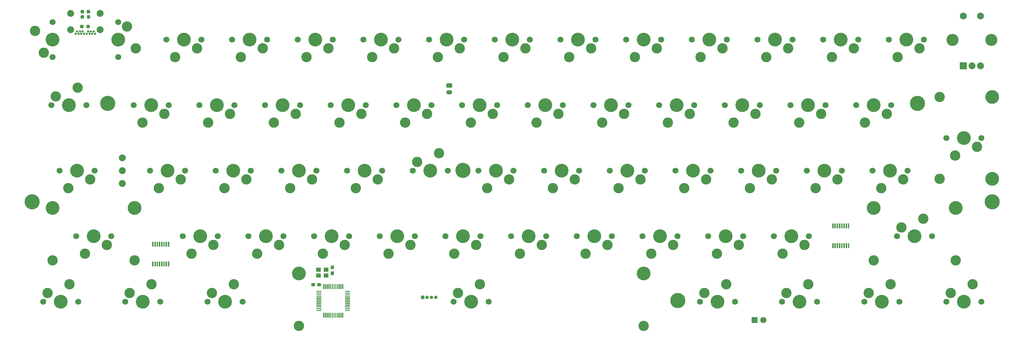
<source format=gbr>
%TF.GenerationSoftware,KiCad,Pcbnew,5.1.10*%
%TF.CreationDate,2021-07-28T13:13:53+02:00*%
%TF.ProjectId,msp430_Keyboard,6d737034-3330-45f4-9b65-79626f617264,rev?*%
%TF.SameCoordinates,Original*%
%TF.FileFunction,Soldermask,Top*%
%TF.FilePolarity,Negative*%
%FSLAX46Y46*%
G04 Gerber Fmt 4.6, Leading zero omitted, Abs format (unit mm)*
G04 Created by KiCad (PCBNEW 5.1.10) date 2021-07-28 13:13:53*
%MOMM*%
%LPD*%
G01*
G04 APERTURE LIST*
%ADD10C,2.000000*%
%ADD11C,1.800000*%
%ADD12R,1.800000X1.800000*%
%ADD13C,0.650000*%
%ADD14C,2.012000*%
%ADD15O,1.750000X1.200000*%
%ADD16R,1.400000X1.200000*%
%ADD17R,2.000000X2.000000*%
%ADD18C,3.500000*%
%ADD19O,1.000000X1.000000*%
%ADD20R,1.000000X1.000000*%
%ADD21C,1.750000*%
%ADD22C,4.000000*%
%ADD23C,3.000000*%
%ADD24C,4.400000*%
%ADD25C,2.600000*%
G04 APERTURE END LIST*
%TO.C,R7*%
G36*
G01*
X8973000Y4047500D02*
X8973000Y3572500D01*
G75*
G02*
X8735500Y3335000I-237500J0D01*
G01*
X8235500Y3335000D01*
G75*
G02*
X7998000Y3572500I0J237500D01*
G01*
X7998000Y4047500D01*
G75*
G02*
X8235500Y4285000I237500J0D01*
G01*
X8735500Y4285000D01*
G75*
G02*
X8973000Y4047500I0J-237500D01*
G01*
G37*
G36*
G01*
X10798000Y4047500D02*
X10798000Y3572500D01*
G75*
G02*
X10560500Y3335000I-237500J0D01*
G01*
X10060500Y3335000D01*
G75*
G02*
X9823000Y3572500I0J237500D01*
G01*
X9823000Y4047500D01*
G75*
G02*
X10060500Y4285000I237500J0D01*
G01*
X10560500Y4285000D01*
G75*
G02*
X10798000Y4047500I0J-237500D01*
G01*
G37*
%TD*%
%TO.C,C4*%
G36*
G01*
X76129000Y-71009500D02*
X76129000Y-71484500D01*
G75*
G02*
X75891500Y-71722000I-237500J0D01*
G01*
X75291500Y-71722000D01*
G75*
G02*
X75054000Y-71484500I0J237500D01*
G01*
X75054000Y-71009500D01*
G75*
G02*
X75291500Y-70772000I237500J0D01*
G01*
X75891500Y-70772000D01*
G75*
G02*
X76129000Y-71009500I0J-237500D01*
G01*
G37*
G36*
G01*
X77854000Y-71009500D02*
X77854000Y-71484500D01*
G75*
G02*
X77616500Y-71722000I-237500J0D01*
G01*
X77016500Y-71722000D01*
G75*
G02*
X76779000Y-71484500I0J237500D01*
G01*
X76779000Y-71009500D01*
G75*
G02*
X77016500Y-70772000I237500J0D01*
G01*
X77616500Y-70772000D01*
G75*
G02*
X77854000Y-71009500I0J-237500D01*
G01*
G37*
%TD*%
%TO.C,C3*%
G36*
G01*
X81390500Y-66731000D02*
X80915500Y-66731000D01*
G75*
G02*
X80678000Y-66493500I0J237500D01*
G01*
X80678000Y-65893500D01*
G75*
G02*
X80915500Y-65656000I237500J0D01*
G01*
X81390500Y-65656000D01*
G75*
G02*
X81628000Y-65893500I0J-237500D01*
G01*
X81628000Y-66493500D01*
G75*
G02*
X81390500Y-66731000I-237500J0D01*
G01*
G37*
G36*
G01*
X81390500Y-68456000D02*
X80915500Y-68456000D01*
G75*
G02*
X80678000Y-68218500I0J237500D01*
G01*
X80678000Y-67618500D01*
G75*
G02*
X80915500Y-67381000I237500J0D01*
G01*
X81390500Y-67381000D01*
G75*
G02*
X81628000Y-67618500I0J-237500D01*
G01*
X81628000Y-68218500D01*
G75*
G02*
X81390500Y-68456000I-237500J0D01*
G01*
G37*
%TD*%
D10*
%TO.C,SW65*%
X20193000Y-41800000D03*
X20193000Y-38100000D03*
X20193000Y-34400000D03*
%TD*%
D11*
%TO.C,D55*%
X206121000Y-81534000D03*
D12*
X203581000Y-81534000D03*
%TD*%
D13*
%TO.C,J2*%
X6725000Y1705000D03*
X7125000Y2405000D03*
X7925000Y2405000D03*
X8325000Y1705000D03*
X8725000Y2405000D03*
X9125000Y1705000D03*
X9925000Y1705000D03*
X10325000Y2405000D03*
X10725000Y1705000D03*
X11125000Y2405000D03*
X11925000Y2405000D03*
X12325000Y1705000D03*
D14*
X5255000Y7585000D03*
X13795000Y7585000D03*
X5255000Y2855000D03*
X13795000Y2855000D03*
D13*
X7525000Y1705000D03*
X11525000Y1705000D03*
%TD*%
%TO.C,R10*%
G36*
G01*
X9100000Y6841500D02*
X9100000Y6366500D01*
G75*
G02*
X8862500Y6129000I-237500J0D01*
G01*
X8362500Y6129000D01*
G75*
G02*
X8125000Y6366500I0J237500D01*
G01*
X8125000Y6841500D01*
G75*
G02*
X8362500Y7079000I237500J0D01*
G01*
X8862500Y7079000D01*
G75*
G02*
X9100000Y6841500I0J-237500D01*
G01*
G37*
G36*
G01*
X10925000Y6841500D02*
X10925000Y6366500D01*
G75*
G02*
X10687500Y6129000I-237500J0D01*
G01*
X10187500Y6129000D01*
G75*
G02*
X9950000Y6366500I0J237500D01*
G01*
X9950000Y6841500D01*
G75*
G02*
X10187500Y7079000I237500J0D01*
G01*
X10687500Y7079000D01*
G75*
G02*
X10925000Y6841500I0J-237500D01*
G01*
G37*
%TD*%
D15*
%TO.C,J3*%
X115062000Y-15335000D03*
G36*
G01*
X114436999Y-12735000D02*
X115687001Y-12735000D01*
G75*
G02*
X115937000Y-12984999I0J-249999D01*
G01*
X115937000Y-13685001D01*
G75*
G02*
X115687001Y-13935000I-249999J0D01*
G01*
X114436999Y-13935000D01*
G75*
G02*
X114187000Y-13685001I0J249999D01*
G01*
X114187000Y-12984999D01*
G75*
G02*
X114436999Y-12735000I249999J0D01*
G01*
G37*
%TD*%
%TO.C,D54*%
G36*
G01*
X9875000Y7890500D02*
X9875000Y8365500D01*
G75*
G02*
X10112500Y8603000I237500J0D01*
G01*
X10687500Y8603000D01*
G75*
G02*
X10925000Y8365500I0J-237500D01*
G01*
X10925000Y7890500D01*
G75*
G02*
X10687500Y7653000I-237500J0D01*
G01*
X10112500Y7653000D01*
G75*
G02*
X9875000Y7890500I0J237500D01*
G01*
G37*
G36*
G01*
X8125000Y7890500D02*
X8125000Y8365500D01*
G75*
G02*
X8362500Y8603000I237500J0D01*
G01*
X8937500Y8603000D01*
G75*
G02*
X9175000Y8365500I0J-237500D01*
G01*
X9175000Y7890500D01*
G75*
G02*
X8937500Y7653000I-237500J0D01*
G01*
X8362500Y7653000D01*
G75*
G02*
X8125000Y7890500I0J237500D01*
G01*
G37*
%TD*%
D16*
%TO.C,Y1*%
X79332000Y-68541000D03*
X77132000Y-68541000D03*
X77132000Y-66841000D03*
X79332000Y-66841000D03*
%TD*%
D17*
%TO.C,SW64*%
X264160000Y-7620000D03*
D10*
X266660000Y-7620000D03*
X269160000Y-7620000D03*
D18*
X261060000Y-120000D03*
X272260000Y-120000D03*
D10*
X264160000Y6880000D03*
X269160000Y6880000D03*
%TD*%
D19*
%TO.C,J1*%
X111125000Y-74930000D03*
X109855000Y-74930000D03*
X108585000Y-74930000D03*
D20*
X107315000Y-74930000D03*
%TD*%
%TO.C,U3*%
G36*
G01*
X226425000Y-54898000D02*
X226225000Y-54898000D01*
G75*
G02*
X226125000Y-54798000I0J100000D01*
G01*
X226125000Y-53523000D01*
G75*
G02*
X226225000Y-53423000I100000J0D01*
G01*
X226425000Y-53423000D01*
G75*
G02*
X226525000Y-53523000I0J-100000D01*
G01*
X226525000Y-54798000D01*
G75*
G02*
X226425000Y-54898000I-100000J0D01*
G01*
G37*
G36*
G01*
X227075000Y-54898000D02*
X226875000Y-54898000D01*
G75*
G02*
X226775000Y-54798000I0J100000D01*
G01*
X226775000Y-53523000D01*
G75*
G02*
X226875000Y-53423000I100000J0D01*
G01*
X227075000Y-53423000D01*
G75*
G02*
X227175000Y-53523000I0J-100000D01*
G01*
X227175000Y-54798000D01*
G75*
G02*
X227075000Y-54898000I-100000J0D01*
G01*
G37*
G36*
G01*
X227725000Y-54898000D02*
X227525000Y-54898000D01*
G75*
G02*
X227425000Y-54798000I0J100000D01*
G01*
X227425000Y-53523000D01*
G75*
G02*
X227525000Y-53423000I100000J0D01*
G01*
X227725000Y-53423000D01*
G75*
G02*
X227825000Y-53523000I0J-100000D01*
G01*
X227825000Y-54798000D01*
G75*
G02*
X227725000Y-54898000I-100000J0D01*
G01*
G37*
G36*
G01*
X228375000Y-54898000D02*
X228175000Y-54898000D01*
G75*
G02*
X228075000Y-54798000I0J100000D01*
G01*
X228075000Y-53523000D01*
G75*
G02*
X228175000Y-53423000I100000J0D01*
G01*
X228375000Y-53423000D01*
G75*
G02*
X228475000Y-53523000I0J-100000D01*
G01*
X228475000Y-54798000D01*
G75*
G02*
X228375000Y-54898000I-100000J0D01*
G01*
G37*
G36*
G01*
X229025000Y-54898000D02*
X228825000Y-54898000D01*
G75*
G02*
X228725000Y-54798000I0J100000D01*
G01*
X228725000Y-53523000D01*
G75*
G02*
X228825000Y-53423000I100000J0D01*
G01*
X229025000Y-53423000D01*
G75*
G02*
X229125000Y-53523000I0J-100000D01*
G01*
X229125000Y-54798000D01*
G75*
G02*
X229025000Y-54898000I-100000J0D01*
G01*
G37*
G36*
G01*
X229675000Y-54898000D02*
X229475000Y-54898000D01*
G75*
G02*
X229375000Y-54798000I0J100000D01*
G01*
X229375000Y-53523000D01*
G75*
G02*
X229475000Y-53423000I100000J0D01*
G01*
X229675000Y-53423000D01*
G75*
G02*
X229775000Y-53523000I0J-100000D01*
G01*
X229775000Y-54798000D01*
G75*
G02*
X229675000Y-54898000I-100000J0D01*
G01*
G37*
G36*
G01*
X230325000Y-54898000D02*
X230125000Y-54898000D01*
G75*
G02*
X230025000Y-54798000I0J100000D01*
G01*
X230025000Y-53523000D01*
G75*
G02*
X230125000Y-53423000I100000J0D01*
G01*
X230325000Y-53423000D01*
G75*
G02*
X230425000Y-53523000I0J-100000D01*
G01*
X230425000Y-54798000D01*
G75*
G02*
X230325000Y-54898000I-100000J0D01*
G01*
G37*
G36*
G01*
X230975000Y-54898000D02*
X230775000Y-54898000D01*
G75*
G02*
X230675000Y-54798000I0J100000D01*
G01*
X230675000Y-53523000D01*
G75*
G02*
X230775000Y-53423000I100000J0D01*
G01*
X230975000Y-53423000D01*
G75*
G02*
X231075000Y-53523000I0J-100000D01*
G01*
X231075000Y-54798000D01*
G75*
G02*
X230975000Y-54898000I-100000J0D01*
G01*
G37*
G36*
G01*
X230975000Y-60623000D02*
X230775000Y-60623000D01*
G75*
G02*
X230675000Y-60523000I0J100000D01*
G01*
X230675000Y-59248000D01*
G75*
G02*
X230775000Y-59148000I100000J0D01*
G01*
X230975000Y-59148000D01*
G75*
G02*
X231075000Y-59248000I0J-100000D01*
G01*
X231075000Y-60523000D01*
G75*
G02*
X230975000Y-60623000I-100000J0D01*
G01*
G37*
G36*
G01*
X230325000Y-60623000D02*
X230125000Y-60623000D01*
G75*
G02*
X230025000Y-60523000I0J100000D01*
G01*
X230025000Y-59248000D01*
G75*
G02*
X230125000Y-59148000I100000J0D01*
G01*
X230325000Y-59148000D01*
G75*
G02*
X230425000Y-59248000I0J-100000D01*
G01*
X230425000Y-60523000D01*
G75*
G02*
X230325000Y-60623000I-100000J0D01*
G01*
G37*
G36*
G01*
X229675000Y-60623000D02*
X229475000Y-60623000D01*
G75*
G02*
X229375000Y-60523000I0J100000D01*
G01*
X229375000Y-59248000D01*
G75*
G02*
X229475000Y-59148000I100000J0D01*
G01*
X229675000Y-59148000D01*
G75*
G02*
X229775000Y-59248000I0J-100000D01*
G01*
X229775000Y-60523000D01*
G75*
G02*
X229675000Y-60623000I-100000J0D01*
G01*
G37*
G36*
G01*
X229025000Y-60623000D02*
X228825000Y-60623000D01*
G75*
G02*
X228725000Y-60523000I0J100000D01*
G01*
X228725000Y-59248000D01*
G75*
G02*
X228825000Y-59148000I100000J0D01*
G01*
X229025000Y-59148000D01*
G75*
G02*
X229125000Y-59248000I0J-100000D01*
G01*
X229125000Y-60523000D01*
G75*
G02*
X229025000Y-60623000I-100000J0D01*
G01*
G37*
G36*
G01*
X228375000Y-60623000D02*
X228175000Y-60623000D01*
G75*
G02*
X228075000Y-60523000I0J100000D01*
G01*
X228075000Y-59248000D01*
G75*
G02*
X228175000Y-59148000I100000J0D01*
G01*
X228375000Y-59148000D01*
G75*
G02*
X228475000Y-59248000I0J-100000D01*
G01*
X228475000Y-60523000D01*
G75*
G02*
X228375000Y-60623000I-100000J0D01*
G01*
G37*
G36*
G01*
X227725000Y-60623000D02*
X227525000Y-60623000D01*
G75*
G02*
X227425000Y-60523000I0J100000D01*
G01*
X227425000Y-59248000D01*
G75*
G02*
X227525000Y-59148000I100000J0D01*
G01*
X227725000Y-59148000D01*
G75*
G02*
X227825000Y-59248000I0J-100000D01*
G01*
X227825000Y-60523000D01*
G75*
G02*
X227725000Y-60623000I-100000J0D01*
G01*
G37*
G36*
G01*
X227075000Y-60623000D02*
X226875000Y-60623000D01*
G75*
G02*
X226775000Y-60523000I0J100000D01*
G01*
X226775000Y-59248000D01*
G75*
G02*
X226875000Y-59148000I100000J0D01*
G01*
X227075000Y-59148000D01*
G75*
G02*
X227175000Y-59248000I0J-100000D01*
G01*
X227175000Y-60523000D01*
G75*
G02*
X227075000Y-60623000I-100000J0D01*
G01*
G37*
G36*
G01*
X226425000Y-60623000D02*
X226225000Y-60623000D01*
G75*
G02*
X226125000Y-60523000I0J100000D01*
G01*
X226125000Y-59248000D01*
G75*
G02*
X226225000Y-59148000I100000J0D01*
G01*
X226425000Y-59148000D01*
G75*
G02*
X226525000Y-59248000I0J-100000D01*
G01*
X226525000Y-60523000D01*
G75*
G02*
X226425000Y-60623000I-100000J0D01*
G01*
G37*
%TD*%
%TO.C,U2*%
G36*
G01*
X29194000Y-60232000D02*
X28994000Y-60232000D01*
G75*
G02*
X28894000Y-60132000I0J100000D01*
G01*
X28894000Y-58857000D01*
G75*
G02*
X28994000Y-58757000I100000J0D01*
G01*
X29194000Y-58757000D01*
G75*
G02*
X29294000Y-58857000I0J-100000D01*
G01*
X29294000Y-60132000D01*
G75*
G02*
X29194000Y-60232000I-100000J0D01*
G01*
G37*
G36*
G01*
X29844000Y-60232000D02*
X29644000Y-60232000D01*
G75*
G02*
X29544000Y-60132000I0J100000D01*
G01*
X29544000Y-58857000D01*
G75*
G02*
X29644000Y-58757000I100000J0D01*
G01*
X29844000Y-58757000D01*
G75*
G02*
X29944000Y-58857000I0J-100000D01*
G01*
X29944000Y-60132000D01*
G75*
G02*
X29844000Y-60232000I-100000J0D01*
G01*
G37*
G36*
G01*
X30494000Y-60232000D02*
X30294000Y-60232000D01*
G75*
G02*
X30194000Y-60132000I0J100000D01*
G01*
X30194000Y-58857000D01*
G75*
G02*
X30294000Y-58757000I100000J0D01*
G01*
X30494000Y-58757000D01*
G75*
G02*
X30594000Y-58857000I0J-100000D01*
G01*
X30594000Y-60132000D01*
G75*
G02*
X30494000Y-60232000I-100000J0D01*
G01*
G37*
G36*
G01*
X31144000Y-60232000D02*
X30944000Y-60232000D01*
G75*
G02*
X30844000Y-60132000I0J100000D01*
G01*
X30844000Y-58857000D01*
G75*
G02*
X30944000Y-58757000I100000J0D01*
G01*
X31144000Y-58757000D01*
G75*
G02*
X31244000Y-58857000I0J-100000D01*
G01*
X31244000Y-60132000D01*
G75*
G02*
X31144000Y-60232000I-100000J0D01*
G01*
G37*
G36*
G01*
X31794000Y-60232000D02*
X31594000Y-60232000D01*
G75*
G02*
X31494000Y-60132000I0J100000D01*
G01*
X31494000Y-58857000D01*
G75*
G02*
X31594000Y-58757000I100000J0D01*
G01*
X31794000Y-58757000D01*
G75*
G02*
X31894000Y-58857000I0J-100000D01*
G01*
X31894000Y-60132000D01*
G75*
G02*
X31794000Y-60232000I-100000J0D01*
G01*
G37*
G36*
G01*
X32444000Y-60232000D02*
X32244000Y-60232000D01*
G75*
G02*
X32144000Y-60132000I0J100000D01*
G01*
X32144000Y-58857000D01*
G75*
G02*
X32244000Y-58757000I100000J0D01*
G01*
X32444000Y-58757000D01*
G75*
G02*
X32544000Y-58857000I0J-100000D01*
G01*
X32544000Y-60132000D01*
G75*
G02*
X32444000Y-60232000I-100000J0D01*
G01*
G37*
G36*
G01*
X33094000Y-60232000D02*
X32894000Y-60232000D01*
G75*
G02*
X32794000Y-60132000I0J100000D01*
G01*
X32794000Y-58857000D01*
G75*
G02*
X32894000Y-58757000I100000J0D01*
G01*
X33094000Y-58757000D01*
G75*
G02*
X33194000Y-58857000I0J-100000D01*
G01*
X33194000Y-60132000D01*
G75*
G02*
X33094000Y-60232000I-100000J0D01*
G01*
G37*
G36*
G01*
X33744000Y-60232000D02*
X33544000Y-60232000D01*
G75*
G02*
X33444000Y-60132000I0J100000D01*
G01*
X33444000Y-58857000D01*
G75*
G02*
X33544000Y-58757000I100000J0D01*
G01*
X33744000Y-58757000D01*
G75*
G02*
X33844000Y-58857000I0J-100000D01*
G01*
X33844000Y-60132000D01*
G75*
G02*
X33744000Y-60232000I-100000J0D01*
G01*
G37*
G36*
G01*
X33744000Y-65957000D02*
X33544000Y-65957000D01*
G75*
G02*
X33444000Y-65857000I0J100000D01*
G01*
X33444000Y-64582000D01*
G75*
G02*
X33544000Y-64482000I100000J0D01*
G01*
X33744000Y-64482000D01*
G75*
G02*
X33844000Y-64582000I0J-100000D01*
G01*
X33844000Y-65857000D01*
G75*
G02*
X33744000Y-65957000I-100000J0D01*
G01*
G37*
G36*
G01*
X33094000Y-65957000D02*
X32894000Y-65957000D01*
G75*
G02*
X32794000Y-65857000I0J100000D01*
G01*
X32794000Y-64582000D01*
G75*
G02*
X32894000Y-64482000I100000J0D01*
G01*
X33094000Y-64482000D01*
G75*
G02*
X33194000Y-64582000I0J-100000D01*
G01*
X33194000Y-65857000D01*
G75*
G02*
X33094000Y-65957000I-100000J0D01*
G01*
G37*
G36*
G01*
X32444000Y-65957000D02*
X32244000Y-65957000D01*
G75*
G02*
X32144000Y-65857000I0J100000D01*
G01*
X32144000Y-64582000D01*
G75*
G02*
X32244000Y-64482000I100000J0D01*
G01*
X32444000Y-64482000D01*
G75*
G02*
X32544000Y-64582000I0J-100000D01*
G01*
X32544000Y-65857000D01*
G75*
G02*
X32444000Y-65957000I-100000J0D01*
G01*
G37*
G36*
G01*
X31794000Y-65957000D02*
X31594000Y-65957000D01*
G75*
G02*
X31494000Y-65857000I0J100000D01*
G01*
X31494000Y-64582000D01*
G75*
G02*
X31594000Y-64482000I100000J0D01*
G01*
X31794000Y-64482000D01*
G75*
G02*
X31894000Y-64582000I0J-100000D01*
G01*
X31894000Y-65857000D01*
G75*
G02*
X31794000Y-65957000I-100000J0D01*
G01*
G37*
G36*
G01*
X31144000Y-65957000D02*
X30944000Y-65957000D01*
G75*
G02*
X30844000Y-65857000I0J100000D01*
G01*
X30844000Y-64582000D01*
G75*
G02*
X30944000Y-64482000I100000J0D01*
G01*
X31144000Y-64482000D01*
G75*
G02*
X31244000Y-64582000I0J-100000D01*
G01*
X31244000Y-65857000D01*
G75*
G02*
X31144000Y-65957000I-100000J0D01*
G01*
G37*
G36*
G01*
X30494000Y-65957000D02*
X30294000Y-65957000D01*
G75*
G02*
X30194000Y-65857000I0J100000D01*
G01*
X30194000Y-64582000D01*
G75*
G02*
X30294000Y-64482000I100000J0D01*
G01*
X30494000Y-64482000D01*
G75*
G02*
X30594000Y-64582000I0J-100000D01*
G01*
X30594000Y-65857000D01*
G75*
G02*
X30494000Y-65957000I-100000J0D01*
G01*
G37*
G36*
G01*
X29844000Y-65957000D02*
X29644000Y-65957000D01*
G75*
G02*
X29544000Y-65857000I0J100000D01*
G01*
X29544000Y-64582000D01*
G75*
G02*
X29644000Y-64482000I100000J0D01*
G01*
X29844000Y-64482000D01*
G75*
G02*
X29944000Y-64582000I0J-100000D01*
G01*
X29944000Y-65857000D01*
G75*
G02*
X29844000Y-65957000I-100000J0D01*
G01*
G37*
G36*
G01*
X29194000Y-65957000D02*
X28994000Y-65957000D01*
G75*
G02*
X28894000Y-65857000I0J100000D01*
G01*
X28894000Y-64582000D01*
G75*
G02*
X28994000Y-64482000I100000J0D01*
G01*
X29194000Y-64482000D01*
G75*
G02*
X29294000Y-64582000I0J-100000D01*
G01*
X29294000Y-65857000D01*
G75*
G02*
X29194000Y-65957000I-100000J0D01*
G01*
G37*
%TD*%
D21*
%TO.C,SW61*%
X269398750Y-76200000D03*
X259238750Y-76200000D03*
D22*
X264318750Y-76200000D03*
D23*
X266858750Y-71120000D03*
X260508750Y-73660000D03*
%TD*%
D21*
%TO.C,SW60*%
X221773750Y-76200000D03*
X211613750Y-76200000D03*
D22*
X216693750Y-76200000D03*
D23*
X219233750Y-71120000D03*
X212883750Y-73660000D03*
%TD*%
D21*
%TO.C,SW57*%
X197961250Y-76200000D03*
X187801250Y-76200000D03*
D22*
X192881250Y-76200000D03*
D23*
X195421250Y-71120000D03*
X189071250Y-73660000D03*
%TD*%
D21*
%TO.C,SW53*%
X255111250Y-57150000D03*
X244951250Y-57150000D03*
D22*
X250031250Y-57150000D03*
D23*
X252571250Y-52070000D03*
X246221250Y-54610000D03*
%TD*%
D21*
%TO.C,SW48*%
X245586250Y-76200000D03*
X235426250Y-76200000D03*
D22*
X240506250Y-76200000D03*
D23*
X243046250Y-71120000D03*
X236696250Y-73660000D03*
%TD*%
D21*
%TO.C,SW14*%
X31273750Y-76200000D03*
X21113750Y-76200000D03*
D22*
X26193750Y-76200000D03*
D23*
X28733750Y-71120000D03*
X22383750Y-73660000D03*
%TD*%
D21*
%TO.C,SW9*%
X55086250Y-76200000D03*
X44926250Y-76200000D03*
D22*
X50006250Y-76200000D03*
D23*
X52546250Y-71120000D03*
X46196250Y-73660000D03*
%TD*%
D21*
%TO.C,SW5*%
X6826250Y-57150000D03*
X16986250Y-57150000D03*
D22*
X11906250Y-57150000D03*
D23*
X9366250Y-62230000D03*
X15716250Y-59690000D03*
%TD*%
D21*
%TO.C,SW4*%
X7461250Y-76200000D03*
X-2698750Y-76200000D03*
D22*
X2381250Y-76200000D03*
D23*
X4921250Y-71120000D03*
X-1428750Y-73660000D03*
%TD*%
D22*
%TO.C,REF\u002A\u002A*%
X272567400Y-40487600D03*
%TD*%
%TO.C,REF\u002A\u002A*%
X272567400Y-16662400D03*
%TD*%
%TO.C,REF\u002A\u002A*%
X261950200Y-48920400D03*
%TD*%
%TO.C,REF\u002A\u002A*%
X238150400Y-48920400D03*
%TD*%
%TO.C,REF\u002A\u002A*%
X171450000Y-67970400D03*
%TD*%
%TO.C,REF\u002A\u002A*%
X71450200Y-67970400D03*
%TD*%
%TO.C,REF\u002A\u002A*%
X23799800Y-48920400D03*
%TD*%
%TO.C,REF\u002A\u002A*%
X25400Y-48920400D03*
%TD*%
D23*
%TO.C,REF\u002A\u002A*%
X257327400Y-16687800D03*
%TD*%
%TO.C,REF\u002A\u002A*%
X257327400Y-40462200D03*
%TD*%
%TO.C,REF\u002A\u002A*%
X261924800Y-64135000D03*
%TD*%
%TO.C,REF\u002A\u002A*%
X238125000Y-64135000D03*
%TD*%
%TO.C,REF\u002A\u002A*%
X171450000Y-83185000D03*
%TD*%
%TO.C,REF\u002A\u002A*%
X71450200Y-83185000D03*
%TD*%
%TO.C,REF\u002A\u002A*%
X23749000Y-64135000D03*
%TD*%
%TO.C,REF\u002A\u002A*%
X0Y-64135000D03*
%TD*%
D24*
%TO.C,REF\u002A\u002A*%
X181356000Y-75819000D03*
D25*
X181356000Y-75819000D03*
%TD*%
D24*
%TO.C,REF\u002A\u002A*%
X272542000Y-47117000D03*
D25*
X272542000Y-47117000D03*
%TD*%
D24*
%TO.C,REF\u002A\u002A*%
X-5969000Y-47117000D03*
D25*
X-5969000Y-47117000D03*
%TD*%
D24*
%TO.C,REF\u002A\u002A*%
X118999000Y-37973000D03*
D25*
X118999000Y-37973000D03*
%TD*%
D24*
%TO.C,REF\u002A\u002A*%
X250825000Y-18542000D03*
D25*
X250825000Y-18542000D03*
%TD*%
D24*
%TO.C,REF\u002A\u002A*%
X16002000Y-18542000D03*
D25*
X16002000Y-18542000D03*
%TD*%
%TO.C,U1*%
G36*
G01*
X78507000Y-72446000D02*
X78507000Y-71121000D01*
G75*
G02*
X78582000Y-71046000I75000J0D01*
G01*
X78732000Y-71046000D01*
G75*
G02*
X78807000Y-71121000I0J-75000D01*
G01*
X78807000Y-72446000D01*
G75*
G02*
X78732000Y-72521000I-75000J0D01*
G01*
X78582000Y-72521000D01*
G75*
G02*
X78507000Y-72446000I0J75000D01*
G01*
G37*
G36*
G01*
X79007000Y-72446000D02*
X79007000Y-71121000D01*
G75*
G02*
X79082000Y-71046000I75000J0D01*
G01*
X79232000Y-71046000D01*
G75*
G02*
X79307000Y-71121000I0J-75000D01*
G01*
X79307000Y-72446000D01*
G75*
G02*
X79232000Y-72521000I-75000J0D01*
G01*
X79082000Y-72521000D01*
G75*
G02*
X79007000Y-72446000I0J75000D01*
G01*
G37*
G36*
G01*
X79507000Y-72446000D02*
X79507000Y-71121000D01*
G75*
G02*
X79582000Y-71046000I75000J0D01*
G01*
X79732000Y-71046000D01*
G75*
G02*
X79807000Y-71121000I0J-75000D01*
G01*
X79807000Y-72446000D01*
G75*
G02*
X79732000Y-72521000I-75000J0D01*
G01*
X79582000Y-72521000D01*
G75*
G02*
X79507000Y-72446000I0J75000D01*
G01*
G37*
G36*
G01*
X80007000Y-72446000D02*
X80007000Y-71121000D01*
G75*
G02*
X80082000Y-71046000I75000J0D01*
G01*
X80232000Y-71046000D01*
G75*
G02*
X80307000Y-71121000I0J-75000D01*
G01*
X80307000Y-72446000D01*
G75*
G02*
X80232000Y-72521000I-75000J0D01*
G01*
X80082000Y-72521000D01*
G75*
G02*
X80007000Y-72446000I0J75000D01*
G01*
G37*
G36*
G01*
X80507000Y-72446000D02*
X80507000Y-71121000D01*
G75*
G02*
X80582000Y-71046000I75000J0D01*
G01*
X80732000Y-71046000D01*
G75*
G02*
X80807000Y-71121000I0J-75000D01*
G01*
X80807000Y-72446000D01*
G75*
G02*
X80732000Y-72521000I-75000J0D01*
G01*
X80582000Y-72521000D01*
G75*
G02*
X80507000Y-72446000I0J75000D01*
G01*
G37*
G36*
G01*
X81007000Y-72446000D02*
X81007000Y-71121000D01*
G75*
G02*
X81082000Y-71046000I75000J0D01*
G01*
X81232000Y-71046000D01*
G75*
G02*
X81307000Y-71121000I0J-75000D01*
G01*
X81307000Y-72446000D01*
G75*
G02*
X81232000Y-72521000I-75000J0D01*
G01*
X81082000Y-72521000D01*
G75*
G02*
X81007000Y-72446000I0J75000D01*
G01*
G37*
G36*
G01*
X81507000Y-72446000D02*
X81507000Y-71121000D01*
G75*
G02*
X81582000Y-71046000I75000J0D01*
G01*
X81732000Y-71046000D01*
G75*
G02*
X81807000Y-71121000I0J-75000D01*
G01*
X81807000Y-72446000D01*
G75*
G02*
X81732000Y-72521000I-75000J0D01*
G01*
X81582000Y-72521000D01*
G75*
G02*
X81507000Y-72446000I0J75000D01*
G01*
G37*
G36*
G01*
X82007000Y-72446000D02*
X82007000Y-71121000D01*
G75*
G02*
X82082000Y-71046000I75000J0D01*
G01*
X82232000Y-71046000D01*
G75*
G02*
X82307000Y-71121000I0J-75000D01*
G01*
X82307000Y-72446000D01*
G75*
G02*
X82232000Y-72521000I-75000J0D01*
G01*
X82082000Y-72521000D01*
G75*
G02*
X82007000Y-72446000I0J75000D01*
G01*
G37*
G36*
G01*
X82507000Y-72446000D02*
X82507000Y-71121000D01*
G75*
G02*
X82582000Y-71046000I75000J0D01*
G01*
X82732000Y-71046000D01*
G75*
G02*
X82807000Y-71121000I0J-75000D01*
G01*
X82807000Y-72446000D01*
G75*
G02*
X82732000Y-72521000I-75000J0D01*
G01*
X82582000Y-72521000D01*
G75*
G02*
X82507000Y-72446000I0J75000D01*
G01*
G37*
G36*
G01*
X83007000Y-72446000D02*
X83007000Y-71121000D01*
G75*
G02*
X83082000Y-71046000I75000J0D01*
G01*
X83232000Y-71046000D01*
G75*
G02*
X83307000Y-71121000I0J-75000D01*
G01*
X83307000Y-72446000D01*
G75*
G02*
X83232000Y-72521000I-75000J0D01*
G01*
X83082000Y-72521000D01*
G75*
G02*
X83007000Y-72446000I0J75000D01*
G01*
G37*
G36*
G01*
X83507000Y-72446000D02*
X83507000Y-71121000D01*
G75*
G02*
X83582000Y-71046000I75000J0D01*
G01*
X83732000Y-71046000D01*
G75*
G02*
X83807000Y-71121000I0J-75000D01*
G01*
X83807000Y-72446000D01*
G75*
G02*
X83732000Y-72521000I-75000J0D01*
G01*
X83582000Y-72521000D01*
G75*
G02*
X83507000Y-72446000I0J75000D01*
G01*
G37*
G36*
G01*
X84007000Y-72446000D02*
X84007000Y-71121000D01*
G75*
G02*
X84082000Y-71046000I75000J0D01*
G01*
X84232000Y-71046000D01*
G75*
G02*
X84307000Y-71121000I0J-75000D01*
G01*
X84307000Y-72446000D01*
G75*
G02*
X84232000Y-72521000I-75000J0D01*
G01*
X84082000Y-72521000D01*
G75*
G02*
X84007000Y-72446000I0J75000D01*
G01*
G37*
G36*
G01*
X84832000Y-73271000D02*
X84832000Y-73121000D01*
G75*
G02*
X84907000Y-73046000I75000J0D01*
G01*
X86232000Y-73046000D01*
G75*
G02*
X86307000Y-73121000I0J-75000D01*
G01*
X86307000Y-73271000D01*
G75*
G02*
X86232000Y-73346000I-75000J0D01*
G01*
X84907000Y-73346000D01*
G75*
G02*
X84832000Y-73271000I0J75000D01*
G01*
G37*
G36*
G01*
X84832000Y-73771000D02*
X84832000Y-73621000D01*
G75*
G02*
X84907000Y-73546000I75000J0D01*
G01*
X86232000Y-73546000D01*
G75*
G02*
X86307000Y-73621000I0J-75000D01*
G01*
X86307000Y-73771000D01*
G75*
G02*
X86232000Y-73846000I-75000J0D01*
G01*
X84907000Y-73846000D01*
G75*
G02*
X84832000Y-73771000I0J75000D01*
G01*
G37*
G36*
G01*
X84832000Y-74271000D02*
X84832000Y-74121000D01*
G75*
G02*
X84907000Y-74046000I75000J0D01*
G01*
X86232000Y-74046000D01*
G75*
G02*
X86307000Y-74121000I0J-75000D01*
G01*
X86307000Y-74271000D01*
G75*
G02*
X86232000Y-74346000I-75000J0D01*
G01*
X84907000Y-74346000D01*
G75*
G02*
X84832000Y-74271000I0J75000D01*
G01*
G37*
G36*
G01*
X84832000Y-74771000D02*
X84832000Y-74621000D01*
G75*
G02*
X84907000Y-74546000I75000J0D01*
G01*
X86232000Y-74546000D01*
G75*
G02*
X86307000Y-74621000I0J-75000D01*
G01*
X86307000Y-74771000D01*
G75*
G02*
X86232000Y-74846000I-75000J0D01*
G01*
X84907000Y-74846000D01*
G75*
G02*
X84832000Y-74771000I0J75000D01*
G01*
G37*
G36*
G01*
X84832000Y-75271000D02*
X84832000Y-75121000D01*
G75*
G02*
X84907000Y-75046000I75000J0D01*
G01*
X86232000Y-75046000D01*
G75*
G02*
X86307000Y-75121000I0J-75000D01*
G01*
X86307000Y-75271000D01*
G75*
G02*
X86232000Y-75346000I-75000J0D01*
G01*
X84907000Y-75346000D01*
G75*
G02*
X84832000Y-75271000I0J75000D01*
G01*
G37*
G36*
G01*
X84832000Y-75771000D02*
X84832000Y-75621000D01*
G75*
G02*
X84907000Y-75546000I75000J0D01*
G01*
X86232000Y-75546000D01*
G75*
G02*
X86307000Y-75621000I0J-75000D01*
G01*
X86307000Y-75771000D01*
G75*
G02*
X86232000Y-75846000I-75000J0D01*
G01*
X84907000Y-75846000D01*
G75*
G02*
X84832000Y-75771000I0J75000D01*
G01*
G37*
G36*
G01*
X84832000Y-76271000D02*
X84832000Y-76121000D01*
G75*
G02*
X84907000Y-76046000I75000J0D01*
G01*
X86232000Y-76046000D01*
G75*
G02*
X86307000Y-76121000I0J-75000D01*
G01*
X86307000Y-76271000D01*
G75*
G02*
X86232000Y-76346000I-75000J0D01*
G01*
X84907000Y-76346000D01*
G75*
G02*
X84832000Y-76271000I0J75000D01*
G01*
G37*
G36*
G01*
X84832000Y-76771000D02*
X84832000Y-76621000D01*
G75*
G02*
X84907000Y-76546000I75000J0D01*
G01*
X86232000Y-76546000D01*
G75*
G02*
X86307000Y-76621000I0J-75000D01*
G01*
X86307000Y-76771000D01*
G75*
G02*
X86232000Y-76846000I-75000J0D01*
G01*
X84907000Y-76846000D01*
G75*
G02*
X84832000Y-76771000I0J75000D01*
G01*
G37*
G36*
G01*
X84832000Y-77271000D02*
X84832000Y-77121000D01*
G75*
G02*
X84907000Y-77046000I75000J0D01*
G01*
X86232000Y-77046000D01*
G75*
G02*
X86307000Y-77121000I0J-75000D01*
G01*
X86307000Y-77271000D01*
G75*
G02*
X86232000Y-77346000I-75000J0D01*
G01*
X84907000Y-77346000D01*
G75*
G02*
X84832000Y-77271000I0J75000D01*
G01*
G37*
G36*
G01*
X84832000Y-77771000D02*
X84832000Y-77621000D01*
G75*
G02*
X84907000Y-77546000I75000J0D01*
G01*
X86232000Y-77546000D01*
G75*
G02*
X86307000Y-77621000I0J-75000D01*
G01*
X86307000Y-77771000D01*
G75*
G02*
X86232000Y-77846000I-75000J0D01*
G01*
X84907000Y-77846000D01*
G75*
G02*
X84832000Y-77771000I0J75000D01*
G01*
G37*
G36*
G01*
X84832000Y-78271000D02*
X84832000Y-78121000D01*
G75*
G02*
X84907000Y-78046000I75000J0D01*
G01*
X86232000Y-78046000D01*
G75*
G02*
X86307000Y-78121000I0J-75000D01*
G01*
X86307000Y-78271000D01*
G75*
G02*
X86232000Y-78346000I-75000J0D01*
G01*
X84907000Y-78346000D01*
G75*
G02*
X84832000Y-78271000I0J75000D01*
G01*
G37*
G36*
G01*
X84832000Y-78771000D02*
X84832000Y-78621000D01*
G75*
G02*
X84907000Y-78546000I75000J0D01*
G01*
X86232000Y-78546000D01*
G75*
G02*
X86307000Y-78621000I0J-75000D01*
G01*
X86307000Y-78771000D01*
G75*
G02*
X86232000Y-78846000I-75000J0D01*
G01*
X84907000Y-78846000D01*
G75*
G02*
X84832000Y-78771000I0J75000D01*
G01*
G37*
G36*
G01*
X84007000Y-80771000D02*
X84007000Y-79446000D01*
G75*
G02*
X84082000Y-79371000I75000J0D01*
G01*
X84232000Y-79371000D01*
G75*
G02*
X84307000Y-79446000I0J-75000D01*
G01*
X84307000Y-80771000D01*
G75*
G02*
X84232000Y-80846000I-75000J0D01*
G01*
X84082000Y-80846000D01*
G75*
G02*
X84007000Y-80771000I0J75000D01*
G01*
G37*
G36*
G01*
X83507000Y-80771000D02*
X83507000Y-79446000D01*
G75*
G02*
X83582000Y-79371000I75000J0D01*
G01*
X83732000Y-79371000D01*
G75*
G02*
X83807000Y-79446000I0J-75000D01*
G01*
X83807000Y-80771000D01*
G75*
G02*
X83732000Y-80846000I-75000J0D01*
G01*
X83582000Y-80846000D01*
G75*
G02*
X83507000Y-80771000I0J75000D01*
G01*
G37*
G36*
G01*
X83007000Y-80771000D02*
X83007000Y-79446000D01*
G75*
G02*
X83082000Y-79371000I75000J0D01*
G01*
X83232000Y-79371000D01*
G75*
G02*
X83307000Y-79446000I0J-75000D01*
G01*
X83307000Y-80771000D01*
G75*
G02*
X83232000Y-80846000I-75000J0D01*
G01*
X83082000Y-80846000D01*
G75*
G02*
X83007000Y-80771000I0J75000D01*
G01*
G37*
G36*
G01*
X82507000Y-80771000D02*
X82507000Y-79446000D01*
G75*
G02*
X82582000Y-79371000I75000J0D01*
G01*
X82732000Y-79371000D01*
G75*
G02*
X82807000Y-79446000I0J-75000D01*
G01*
X82807000Y-80771000D01*
G75*
G02*
X82732000Y-80846000I-75000J0D01*
G01*
X82582000Y-80846000D01*
G75*
G02*
X82507000Y-80771000I0J75000D01*
G01*
G37*
G36*
G01*
X82007000Y-80771000D02*
X82007000Y-79446000D01*
G75*
G02*
X82082000Y-79371000I75000J0D01*
G01*
X82232000Y-79371000D01*
G75*
G02*
X82307000Y-79446000I0J-75000D01*
G01*
X82307000Y-80771000D01*
G75*
G02*
X82232000Y-80846000I-75000J0D01*
G01*
X82082000Y-80846000D01*
G75*
G02*
X82007000Y-80771000I0J75000D01*
G01*
G37*
G36*
G01*
X81507000Y-80771000D02*
X81507000Y-79446000D01*
G75*
G02*
X81582000Y-79371000I75000J0D01*
G01*
X81732000Y-79371000D01*
G75*
G02*
X81807000Y-79446000I0J-75000D01*
G01*
X81807000Y-80771000D01*
G75*
G02*
X81732000Y-80846000I-75000J0D01*
G01*
X81582000Y-80846000D01*
G75*
G02*
X81507000Y-80771000I0J75000D01*
G01*
G37*
G36*
G01*
X81007000Y-80771000D02*
X81007000Y-79446000D01*
G75*
G02*
X81082000Y-79371000I75000J0D01*
G01*
X81232000Y-79371000D01*
G75*
G02*
X81307000Y-79446000I0J-75000D01*
G01*
X81307000Y-80771000D01*
G75*
G02*
X81232000Y-80846000I-75000J0D01*
G01*
X81082000Y-80846000D01*
G75*
G02*
X81007000Y-80771000I0J75000D01*
G01*
G37*
G36*
G01*
X80507000Y-80771000D02*
X80507000Y-79446000D01*
G75*
G02*
X80582000Y-79371000I75000J0D01*
G01*
X80732000Y-79371000D01*
G75*
G02*
X80807000Y-79446000I0J-75000D01*
G01*
X80807000Y-80771000D01*
G75*
G02*
X80732000Y-80846000I-75000J0D01*
G01*
X80582000Y-80846000D01*
G75*
G02*
X80507000Y-80771000I0J75000D01*
G01*
G37*
G36*
G01*
X80007000Y-80771000D02*
X80007000Y-79446000D01*
G75*
G02*
X80082000Y-79371000I75000J0D01*
G01*
X80232000Y-79371000D01*
G75*
G02*
X80307000Y-79446000I0J-75000D01*
G01*
X80307000Y-80771000D01*
G75*
G02*
X80232000Y-80846000I-75000J0D01*
G01*
X80082000Y-80846000D01*
G75*
G02*
X80007000Y-80771000I0J75000D01*
G01*
G37*
G36*
G01*
X79507000Y-80771000D02*
X79507000Y-79446000D01*
G75*
G02*
X79582000Y-79371000I75000J0D01*
G01*
X79732000Y-79371000D01*
G75*
G02*
X79807000Y-79446000I0J-75000D01*
G01*
X79807000Y-80771000D01*
G75*
G02*
X79732000Y-80846000I-75000J0D01*
G01*
X79582000Y-80846000D01*
G75*
G02*
X79507000Y-80771000I0J75000D01*
G01*
G37*
G36*
G01*
X79007000Y-80771000D02*
X79007000Y-79446000D01*
G75*
G02*
X79082000Y-79371000I75000J0D01*
G01*
X79232000Y-79371000D01*
G75*
G02*
X79307000Y-79446000I0J-75000D01*
G01*
X79307000Y-80771000D01*
G75*
G02*
X79232000Y-80846000I-75000J0D01*
G01*
X79082000Y-80846000D01*
G75*
G02*
X79007000Y-80771000I0J75000D01*
G01*
G37*
G36*
G01*
X78507000Y-80771000D02*
X78507000Y-79446000D01*
G75*
G02*
X78582000Y-79371000I75000J0D01*
G01*
X78732000Y-79371000D01*
G75*
G02*
X78807000Y-79446000I0J-75000D01*
G01*
X78807000Y-80771000D01*
G75*
G02*
X78732000Y-80846000I-75000J0D01*
G01*
X78582000Y-80846000D01*
G75*
G02*
X78507000Y-80771000I0J75000D01*
G01*
G37*
G36*
G01*
X76507000Y-78771000D02*
X76507000Y-78621000D01*
G75*
G02*
X76582000Y-78546000I75000J0D01*
G01*
X77907000Y-78546000D01*
G75*
G02*
X77982000Y-78621000I0J-75000D01*
G01*
X77982000Y-78771000D01*
G75*
G02*
X77907000Y-78846000I-75000J0D01*
G01*
X76582000Y-78846000D01*
G75*
G02*
X76507000Y-78771000I0J75000D01*
G01*
G37*
G36*
G01*
X76507000Y-78271000D02*
X76507000Y-78121000D01*
G75*
G02*
X76582000Y-78046000I75000J0D01*
G01*
X77907000Y-78046000D01*
G75*
G02*
X77982000Y-78121000I0J-75000D01*
G01*
X77982000Y-78271000D01*
G75*
G02*
X77907000Y-78346000I-75000J0D01*
G01*
X76582000Y-78346000D01*
G75*
G02*
X76507000Y-78271000I0J75000D01*
G01*
G37*
G36*
G01*
X76507000Y-77771000D02*
X76507000Y-77621000D01*
G75*
G02*
X76582000Y-77546000I75000J0D01*
G01*
X77907000Y-77546000D01*
G75*
G02*
X77982000Y-77621000I0J-75000D01*
G01*
X77982000Y-77771000D01*
G75*
G02*
X77907000Y-77846000I-75000J0D01*
G01*
X76582000Y-77846000D01*
G75*
G02*
X76507000Y-77771000I0J75000D01*
G01*
G37*
G36*
G01*
X76507000Y-77271000D02*
X76507000Y-77121000D01*
G75*
G02*
X76582000Y-77046000I75000J0D01*
G01*
X77907000Y-77046000D01*
G75*
G02*
X77982000Y-77121000I0J-75000D01*
G01*
X77982000Y-77271000D01*
G75*
G02*
X77907000Y-77346000I-75000J0D01*
G01*
X76582000Y-77346000D01*
G75*
G02*
X76507000Y-77271000I0J75000D01*
G01*
G37*
G36*
G01*
X76507000Y-76771000D02*
X76507000Y-76621000D01*
G75*
G02*
X76582000Y-76546000I75000J0D01*
G01*
X77907000Y-76546000D01*
G75*
G02*
X77982000Y-76621000I0J-75000D01*
G01*
X77982000Y-76771000D01*
G75*
G02*
X77907000Y-76846000I-75000J0D01*
G01*
X76582000Y-76846000D01*
G75*
G02*
X76507000Y-76771000I0J75000D01*
G01*
G37*
G36*
G01*
X76507000Y-76271000D02*
X76507000Y-76121000D01*
G75*
G02*
X76582000Y-76046000I75000J0D01*
G01*
X77907000Y-76046000D01*
G75*
G02*
X77982000Y-76121000I0J-75000D01*
G01*
X77982000Y-76271000D01*
G75*
G02*
X77907000Y-76346000I-75000J0D01*
G01*
X76582000Y-76346000D01*
G75*
G02*
X76507000Y-76271000I0J75000D01*
G01*
G37*
G36*
G01*
X76507000Y-75771000D02*
X76507000Y-75621000D01*
G75*
G02*
X76582000Y-75546000I75000J0D01*
G01*
X77907000Y-75546000D01*
G75*
G02*
X77982000Y-75621000I0J-75000D01*
G01*
X77982000Y-75771000D01*
G75*
G02*
X77907000Y-75846000I-75000J0D01*
G01*
X76582000Y-75846000D01*
G75*
G02*
X76507000Y-75771000I0J75000D01*
G01*
G37*
G36*
G01*
X76507000Y-75271000D02*
X76507000Y-75121000D01*
G75*
G02*
X76582000Y-75046000I75000J0D01*
G01*
X77907000Y-75046000D01*
G75*
G02*
X77982000Y-75121000I0J-75000D01*
G01*
X77982000Y-75271000D01*
G75*
G02*
X77907000Y-75346000I-75000J0D01*
G01*
X76582000Y-75346000D01*
G75*
G02*
X76507000Y-75271000I0J75000D01*
G01*
G37*
G36*
G01*
X76507000Y-74771000D02*
X76507000Y-74621000D01*
G75*
G02*
X76582000Y-74546000I75000J0D01*
G01*
X77907000Y-74546000D01*
G75*
G02*
X77982000Y-74621000I0J-75000D01*
G01*
X77982000Y-74771000D01*
G75*
G02*
X77907000Y-74846000I-75000J0D01*
G01*
X76582000Y-74846000D01*
G75*
G02*
X76507000Y-74771000I0J75000D01*
G01*
G37*
G36*
G01*
X76507000Y-74271000D02*
X76507000Y-74121000D01*
G75*
G02*
X76582000Y-74046000I75000J0D01*
G01*
X77907000Y-74046000D01*
G75*
G02*
X77982000Y-74121000I0J-75000D01*
G01*
X77982000Y-74271000D01*
G75*
G02*
X77907000Y-74346000I-75000J0D01*
G01*
X76582000Y-74346000D01*
G75*
G02*
X76507000Y-74271000I0J75000D01*
G01*
G37*
G36*
G01*
X76507000Y-73771000D02*
X76507000Y-73621000D01*
G75*
G02*
X76582000Y-73546000I75000J0D01*
G01*
X77907000Y-73546000D01*
G75*
G02*
X77982000Y-73621000I0J-75000D01*
G01*
X77982000Y-73771000D01*
G75*
G02*
X77907000Y-73846000I-75000J0D01*
G01*
X76582000Y-73846000D01*
G75*
G02*
X76507000Y-73771000I0J75000D01*
G01*
G37*
G36*
G01*
X76507000Y-73271000D02*
X76507000Y-73121000D01*
G75*
G02*
X76582000Y-73046000I75000J0D01*
G01*
X77907000Y-73046000D01*
G75*
G02*
X77982000Y-73121000I0J-75000D01*
G01*
X77982000Y-73271000D01*
G75*
G02*
X77907000Y-73346000I-75000J0D01*
G01*
X76582000Y-73346000D01*
G75*
G02*
X76507000Y-73271000I0J75000D01*
G01*
G37*
%TD*%
D21*
%TO.C,SW59*%
X259238750Y-28575000D03*
X269398750Y-28575000D03*
D22*
X264318750Y-28575000D03*
D23*
X261778750Y-33655000D03*
X268128750Y-31115000D03*
%TD*%
D21*
%TO.C,SW58*%
X242570000Y0D03*
X252730000Y0D03*
D22*
X247650000Y0D03*
D23*
X245110000Y-5080000D03*
X251460000Y-2540000D03*
%TD*%
D21*
%TO.C,SW56*%
X237807500Y-38100000D03*
X247967500Y-38100000D03*
D22*
X242887500Y-38100000D03*
D23*
X240347500Y-43180000D03*
X246697500Y-40640000D03*
%TD*%
D21*
%TO.C,SW55*%
X233045000Y-19050000D03*
X243205000Y-19050000D03*
D22*
X238125000Y-19050000D03*
D23*
X235585000Y-24130000D03*
X241935000Y-21590000D03*
%TD*%
D21*
%TO.C,SW54*%
X223520000Y0D03*
X233680000Y0D03*
D22*
X228600000Y0D03*
D23*
X226060000Y-5080000D03*
X232410000Y-2540000D03*
%TD*%
D21*
%TO.C,SW52*%
X209232500Y-57150000D03*
X219392500Y-57150000D03*
D22*
X214312500Y-57150000D03*
D23*
X211772500Y-62230000D03*
X218122500Y-59690000D03*
%TD*%
D21*
%TO.C,SW51*%
X218757500Y-38100000D03*
X228917500Y-38100000D03*
D22*
X223837500Y-38100000D03*
D23*
X221297500Y-43180000D03*
X227647500Y-40640000D03*
%TD*%
D21*
%TO.C,SW50*%
X213995000Y-19050000D03*
X224155000Y-19050000D03*
D22*
X219075000Y-19050000D03*
D23*
X216535000Y-24130000D03*
X222885000Y-21590000D03*
%TD*%
D21*
%TO.C,SW49*%
X204470000Y0D03*
X214630000Y0D03*
D22*
X209550000Y0D03*
D23*
X207010000Y-5080000D03*
X213360000Y-2540000D03*
%TD*%
D21*
%TO.C,SW47*%
X190182500Y-57150000D03*
X200342500Y-57150000D03*
D22*
X195262500Y-57150000D03*
D23*
X192722500Y-62230000D03*
X199072500Y-59690000D03*
%TD*%
D21*
%TO.C,SW46*%
X199707500Y-38100000D03*
X209867500Y-38100000D03*
D22*
X204787500Y-38100000D03*
D23*
X202247500Y-43180000D03*
X208597500Y-40640000D03*
%TD*%
D21*
%TO.C,SW45*%
X194945000Y-19050000D03*
X205105000Y-19050000D03*
D22*
X200025000Y-19050000D03*
D23*
X197485000Y-24130000D03*
X203835000Y-21590000D03*
%TD*%
D21*
%TO.C,SW44*%
X185420000Y0D03*
X195580000Y0D03*
D22*
X190500000Y0D03*
D23*
X187960000Y-5080000D03*
X194310000Y-2540000D03*
%TD*%
D21*
%TO.C,SW43*%
X171132500Y-57150000D03*
X181292500Y-57150000D03*
D22*
X176212500Y-57150000D03*
D23*
X173672500Y-62230000D03*
X180022500Y-59690000D03*
%TD*%
D21*
%TO.C,SW42*%
X180657500Y-38100000D03*
X190817500Y-38100000D03*
D22*
X185737500Y-38100000D03*
D23*
X183197500Y-43180000D03*
X189547500Y-40640000D03*
%TD*%
D21*
%TO.C,SW41*%
X175895000Y-19050000D03*
X186055000Y-19050000D03*
D22*
X180975000Y-19050000D03*
D23*
X178435000Y-24130000D03*
X184785000Y-21590000D03*
%TD*%
D21*
%TO.C,SW40*%
X166370000Y0D03*
X176530000Y0D03*
D22*
X171450000Y0D03*
D23*
X168910000Y-5080000D03*
X175260000Y-2540000D03*
%TD*%
D21*
%TO.C,SW39*%
X152082500Y-57150000D03*
X162242500Y-57150000D03*
D22*
X157162500Y-57150000D03*
D23*
X154622500Y-62230000D03*
X160972500Y-59690000D03*
%TD*%
D21*
%TO.C,SW38*%
X161607500Y-38100000D03*
X171767500Y-38100000D03*
D22*
X166687500Y-38100000D03*
D23*
X164147500Y-43180000D03*
X170497500Y-40640000D03*
%TD*%
D21*
%TO.C,SW37*%
X156845000Y-19050000D03*
X167005000Y-19050000D03*
D22*
X161925000Y-19050000D03*
D23*
X159385000Y-24130000D03*
X165735000Y-21590000D03*
%TD*%
D21*
%TO.C,SW36*%
X147320000Y0D03*
X157480000Y0D03*
D22*
X152400000Y0D03*
D23*
X149860000Y-5080000D03*
X156210000Y-2540000D03*
%TD*%
D21*
%TO.C,SW35*%
X133032500Y-57150000D03*
X143192500Y-57150000D03*
D22*
X138112500Y-57150000D03*
D23*
X135572500Y-62230000D03*
X141922500Y-59690000D03*
%TD*%
D21*
%TO.C,SW34*%
X142557500Y-38100000D03*
X152717500Y-38100000D03*
D22*
X147637500Y-38100000D03*
D23*
X145097500Y-43180000D03*
X151447500Y-40640000D03*
%TD*%
D21*
%TO.C,SW33*%
X137795000Y-19050000D03*
X147955000Y-19050000D03*
D22*
X142875000Y-19050000D03*
D23*
X140335000Y-24130000D03*
X146685000Y-21590000D03*
%TD*%
D21*
%TO.C,SW32*%
X128270000Y0D03*
X138430000Y0D03*
D22*
X133350000Y0D03*
D23*
X130810000Y-5080000D03*
X137160000Y-2540000D03*
%TD*%
D21*
%TO.C,SW31*%
X126523750Y-76200000D03*
X116363750Y-76200000D03*
D22*
X121443750Y-76200000D03*
D23*
X123983750Y-71120000D03*
X117633750Y-73660000D03*
%TD*%
D21*
%TO.C,SW30*%
X113982500Y-57150000D03*
X124142500Y-57150000D03*
D22*
X119062500Y-57150000D03*
D23*
X116522500Y-62230000D03*
X122872500Y-59690000D03*
%TD*%
D21*
%TO.C,SW29*%
X123507500Y-38100000D03*
X133667500Y-38100000D03*
D22*
X128587500Y-38100000D03*
D23*
X126047500Y-43180000D03*
X132397500Y-40640000D03*
%TD*%
D21*
%TO.C,SW28*%
X118745000Y-19050000D03*
X128905000Y-19050000D03*
D22*
X123825000Y-19050000D03*
D23*
X121285000Y-24130000D03*
X127635000Y-21590000D03*
%TD*%
D21*
%TO.C,SW27*%
X109220000Y0D03*
X119380000Y0D03*
D22*
X114300000Y0D03*
D23*
X111760000Y-5080000D03*
X118110000Y-2540000D03*
%TD*%
D21*
%TO.C,SW26*%
X94932500Y-57150000D03*
X105092500Y-57150000D03*
D22*
X100012500Y-57150000D03*
D23*
X97472500Y-62230000D03*
X103822500Y-59690000D03*
%TD*%
D21*
%TO.C,SW25*%
X114617500Y-38100000D03*
X104457500Y-38100000D03*
D22*
X109537500Y-38100000D03*
D23*
X112077500Y-33020000D03*
X105727500Y-35560000D03*
%TD*%
D21*
%TO.C,SW24*%
X99695000Y-19050000D03*
X109855000Y-19050000D03*
D22*
X104775000Y-19050000D03*
D23*
X102235000Y-24130000D03*
X108585000Y-21590000D03*
%TD*%
D21*
%TO.C,SW23*%
X90170000Y0D03*
X100330000Y0D03*
D22*
X95250000Y0D03*
D23*
X92710000Y-5080000D03*
X99060000Y-2540000D03*
%TD*%
D21*
%TO.C,SW22*%
X75882500Y-57150000D03*
X86042500Y-57150000D03*
D22*
X80962500Y-57150000D03*
D23*
X78422500Y-62230000D03*
X84772500Y-59690000D03*
%TD*%
D21*
%TO.C,SW21*%
X85407500Y-38100000D03*
X95567500Y-38100000D03*
D22*
X90487500Y-38100000D03*
D23*
X87947500Y-43180000D03*
X94297500Y-40640000D03*
%TD*%
D21*
%TO.C,SW20*%
X80645000Y-19050000D03*
X90805000Y-19050000D03*
D22*
X85725000Y-19050000D03*
D23*
X83185000Y-24130000D03*
X89535000Y-21590000D03*
%TD*%
D21*
%TO.C,SW19*%
X71120000Y0D03*
X81280000Y0D03*
D22*
X76200000Y0D03*
D23*
X73660000Y-5080000D03*
X80010000Y-2540000D03*
%TD*%
D21*
%TO.C,SW18*%
X56832500Y-57150000D03*
X66992500Y-57150000D03*
D22*
X61912500Y-57150000D03*
D23*
X59372500Y-62230000D03*
X65722500Y-59690000D03*
%TD*%
D21*
%TO.C,SW17*%
X66357500Y-38100000D03*
X76517500Y-38100000D03*
D22*
X71437500Y-38100000D03*
D23*
X68897500Y-43180000D03*
X75247500Y-40640000D03*
%TD*%
D21*
%TO.C,SW16*%
X61595000Y-19050000D03*
X71755000Y-19050000D03*
D22*
X66675000Y-19050000D03*
D23*
X64135000Y-24130000D03*
X70485000Y-21590000D03*
%TD*%
D21*
%TO.C,SW15*%
X52070000Y0D03*
X62230000Y0D03*
D22*
X57150000Y0D03*
D23*
X54610000Y-5080000D03*
X60960000Y-2540000D03*
%TD*%
D21*
%TO.C,SW13*%
X37782500Y-57150000D03*
X47942500Y-57150000D03*
D22*
X42862500Y-57150000D03*
D23*
X40322500Y-62230000D03*
X46672500Y-59690000D03*
%TD*%
D21*
%TO.C,SW12*%
X47307500Y-38100000D03*
X57467500Y-38100000D03*
D22*
X52387500Y-38100000D03*
D23*
X49847500Y-43180000D03*
X56197500Y-40640000D03*
%TD*%
D21*
%TO.C,SW11*%
X42545000Y-19050000D03*
X52705000Y-19050000D03*
D22*
X47625000Y-19050000D03*
D23*
X45085000Y-24130000D03*
X51435000Y-21590000D03*
%TD*%
D21*
%TO.C,SW10*%
X33020000Y0D03*
X43180000Y0D03*
D22*
X38100000Y0D03*
D23*
X35560000Y-5080000D03*
X41910000Y-2540000D03*
%TD*%
D21*
%TO.C,SW8*%
X28257500Y-38100000D03*
X38417500Y-38100000D03*
D22*
X33337500Y-38100000D03*
D23*
X30797500Y-43180000D03*
X37147500Y-40640000D03*
%TD*%
D21*
%TO.C,SW7*%
X23495000Y-19050000D03*
X33655000Y-19050000D03*
D22*
X28575000Y-19050000D03*
D23*
X26035000Y-24130000D03*
X32385000Y-21590000D03*
%TD*%
D21*
%TO.C,SW6*%
X19050000Y-5080000D03*
X19050000Y5080000D03*
D22*
X19050000Y0D03*
D23*
X24130000Y-2540000D03*
X21590000Y3810000D03*
%TD*%
D21*
%TO.C,SW3*%
X2063750Y-38100000D03*
X12223750Y-38100000D03*
D22*
X7143750Y-38100000D03*
D23*
X4603750Y-43180000D03*
X10953750Y-40640000D03*
%TD*%
D21*
%TO.C,SW2*%
X9842500Y-19050000D03*
X-317500Y-19050000D03*
D22*
X4762500Y-19050000D03*
D23*
X7302500Y-13970000D03*
X952500Y-16510000D03*
%TD*%
D21*
%TO.C,SW1*%
X0Y5080000D03*
X0Y-5080000D03*
D22*
X0Y0D03*
D23*
X-5080000Y2540000D03*
X-2540000Y-3810000D03*
%TD*%
M02*

</source>
